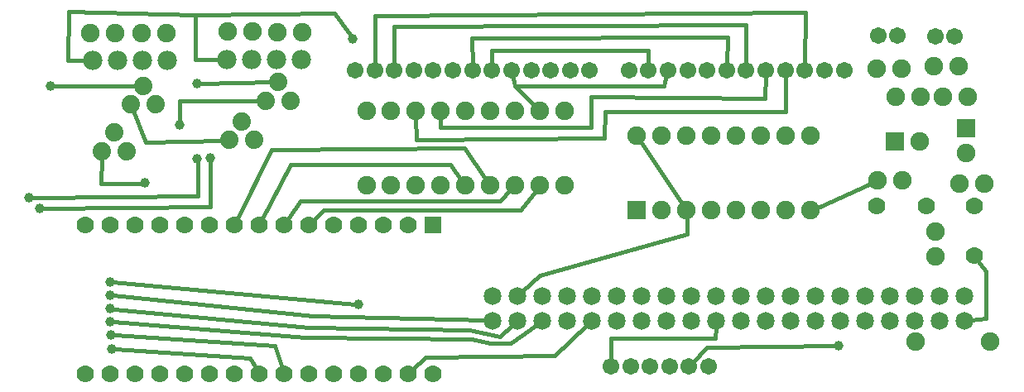
<source format=gtl>
G04 MADE WITH FRITZING*
G04 WWW.FRITZING.ORG*
G04 DOUBLE SIDED*
G04 HOLES PLATED*
G04 CONTOUR ON CENTER OF CONTOUR VECTOR*
%ASAXBY*%
%FSLAX23Y23*%
%MOIN*%
%OFA0B0*%
%SFA1.0B1.0*%
%ADD10C,0.070000*%
%ADD11C,0.071889*%
%ADD12C,0.071917*%
%ADD13C,0.075000*%
%ADD14C,0.067559*%
%ADD15C,0.078000*%
%ADD16C,0.039370*%
%ADD17C,0.074000*%
%ADD18R,0.070000X0.069972*%
%ADD19R,0.075000X0.075000*%
%ADD20C,0.016000*%
%LNCOPPER1*%
G90*
G70*
G54D10*
X1665Y653D03*
X1565Y653D03*
X1465Y653D03*
X1365Y653D03*
X1265Y653D03*
X1165Y653D03*
X1065Y653D03*
X965Y653D03*
X865Y653D03*
X765Y653D03*
X665Y653D03*
X565Y653D03*
X465Y653D03*
X365Y653D03*
X265Y653D03*
X1665Y53D03*
X1565Y53D03*
X1465Y53D03*
X1365Y53D03*
X1265Y53D03*
X1165Y53D03*
X1065Y53D03*
X965Y53D03*
X865Y53D03*
X765Y53D03*
X665Y53D03*
X565Y53D03*
X465Y53D03*
X365Y53D03*
X265Y53D03*
G54D11*
X1904Y268D03*
X2004Y268D03*
X2104Y268D03*
X2204Y268D03*
G54D12*
X2304Y268D03*
G54D11*
X2404Y268D03*
X2504Y268D03*
X2604Y268D03*
X2704Y268D03*
G54D12*
X2804Y268D03*
G54D11*
X2904Y268D03*
G54D12*
X3004Y268D03*
G54D11*
X3104Y268D03*
X3204Y268D03*
X3304Y268D03*
X3404Y268D03*
G54D12*
X3504Y268D03*
G54D11*
X3604Y268D03*
X3704Y268D03*
X3804Y268D03*
X3804Y368D03*
X3704Y368D03*
X3604Y368D03*
G54D12*
X3504Y368D03*
G54D11*
X3404Y368D03*
X3304Y368D03*
X3204Y368D03*
X3104Y368D03*
G54D12*
X3004Y368D03*
G54D11*
X2904Y368D03*
G54D12*
X2804Y368D03*
G54D11*
X2704Y368D03*
X2604Y368D03*
X2504Y368D03*
X2404Y368D03*
G54D12*
X2304Y368D03*
G54D11*
X2204Y368D03*
X2104Y368D03*
X2004Y368D03*
X1904Y368D03*
G54D13*
X1398Y814D03*
X1398Y1114D03*
X1495Y814D03*
X1495Y1114D03*
X1595Y814D03*
X1595Y1114D03*
X1695Y814D03*
X1695Y1114D03*
X1795Y814D03*
X1795Y1114D03*
X1895Y814D03*
X1895Y1114D03*
X1995Y814D03*
X1995Y1114D03*
X2095Y814D03*
X2095Y1114D03*
X2195Y814D03*
X2195Y1114D03*
X1139Y1431D03*
X1039Y1431D03*
X937Y1434D03*
X837Y1434D03*
X285Y1427D03*
X385Y1427D03*
X490Y1427D03*
X590Y1427D03*
G54D14*
X2296Y1277D03*
X2217Y1277D03*
X2138Y1277D03*
X2060Y1277D03*
X1981Y1277D03*
X1902Y1277D03*
X1823Y1277D03*
X1745Y1277D03*
X1666Y1277D03*
X1587Y1277D03*
X1509Y1277D03*
X1430Y1277D03*
X1351Y1277D03*
X2453Y1277D03*
X2532Y1277D03*
X2611Y1277D03*
X2690Y1277D03*
X2768Y1277D03*
X2847Y1277D03*
X2926Y1277D03*
X3005Y1277D03*
X3083Y1277D03*
X3162Y1277D03*
X3241Y1277D03*
X3320Y1277D03*
X2381Y84D03*
X2460Y84D03*
X2538Y84D03*
X2617Y84D03*
X2696Y84D03*
X2775Y84D03*
X3536Y1416D03*
X3458Y1416D03*
X3687Y1414D03*
X3766Y1414D03*
G54D15*
X1135Y1321D03*
X1035Y1321D03*
X935Y1321D03*
X835Y1321D03*
X593Y1318D03*
X493Y1318D03*
X393Y1318D03*
X293Y1318D03*
G54D13*
X3687Y626D03*
X3687Y526D03*
X3908Y184D03*
X3608Y184D03*
X3456Y835D03*
X3556Y835D03*
X3785Y822D03*
X3885Y822D03*
G54D10*
X3450Y731D03*
X3650Y731D03*
X3846Y529D03*
X3846Y729D03*
G54D13*
X3523Y991D03*
X3623Y991D03*
X3811Y1045D03*
X3811Y945D03*
X2486Y713D03*
X2486Y1013D03*
X2586Y713D03*
X2586Y1013D03*
X2686Y713D03*
X2686Y1013D03*
X2786Y713D03*
X2786Y1013D03*
X2886Y713D03*
X2886Y1013D03*
X2986Y713D03*
X2986Y1013D03*
X3086Y713D03*
X3086Y1013D03*
X3186Y713D03*
X3186Y1013D03*
G54D16*
X3297Y168D03*
G54D13*
X3552Y1283D03*
X3452Y1283D03*
X3680Y1293D03*
X3780Y1293D03*
X3627Y1169D03*
X3527Y1169D03*
X3719Y1171D03*
X3819Y1171D03*
G54D17*
X449Y1139D03*
X499Y1214D03*
X549Y1139D03*
X449Y1139D03*
X499Y1214D03*
X549Y1139D03*
X843Y996D03*
X893Y1071D03*
X943Y996D03*
X843Y996D03*
X893Y1071D03*
X943Y996D03*
X330Y952D03*
X380Y1027D03*
X430Y952D03*
X330Y952D03*
X380Y1027D03*
X430Y952D03*
X991Y1155D03*
X1041Y1230D03*
X1091Y1155D03*
X991Y1155D03*
X1041Y1230D03*
X1091Y1155D03*
G54D16*
X1341Y1405D03*
X366Y370D03*
X363Y424D03*
X1365Y333D03*
X366Y317D03*
X366Y264D03*
X371Y154D03*
X369Y210D03*
X123Y1214D03*
X81Y720D03*
X767Y924D03*
X39Y765D03*
X716Y922D03*
X716Y1225D03*
X646Y1056D03*
X506Y823D03*
G54D18*
X1665Y653D03*
G54D19*
X3523Y991D03*
X3811Y1045D03*
X2486Y713D03*
G54D20*
X2687Y618D02*
X2093Y450D01*
D02*
X2093Y450D02*
X2025Y387D01*
D02*
X2687Y690D02*
X2687Y618D01*
D02*
X2532Y1356D02*
X2532Y1297D01*
D02*
X1902Y1297D02*
X1902Y1356D01*
D02*
X1902Y1356D02*
X2532Y1356D01*
D02*
X1507Y1455D02*
X2925Y1460D01*
D02*
X1508Y1297D02*
X1507Y1455D01*
D02*
X2925Y1460D02*
X2926Y1297D01*
D02*
X3164Y1509D02*
X3162Y1297D01*
D02*
X1430Y1297D02*
X1430Y1497D01*
D02*
X1430Y1497D02*
X3164Y1509D01*
D02*
X1821Y1408D02*
X2850Y1412D01*
D02*
X1823Y1297D02*
X1821Y1408D01*
D02*
X2850Y1412D02*
X2848Y1297D01*
D02*
X2301Y1169D02*
X3002Y1164D01*
D02*
X1694Y1046D02*
X2301Y1048D01*
D02*
X2301Y1048D02*
X2301Y1169D01*
D02*
X3002Y1164D02*
X3004Y1258D01*
D02*
X1695Y1090D02*
X1694Y1046D01*
D02*
X2355Y1004D02*
X2358Y1112D01*
D02*
X1597Y998D02*
X2355Y1004D01*
D02*
X2358Y1112D02*
X3085Y1112D01*
D02*
X3085Y1112D02*
X3084Y1258D01*
D02*
X1595Y1090D02*
X1597Y998D01*
D02*
X1996Y1214D02*
X2594Y1214D01*
D02*
X2594Y1214D02*
X2606Y1259D01*
D02*
X1985Y1259D02*
X1996Y1214D01*
D02*
X2079Y1130D02*
X1996Y1214D01*
D02*
X2800Y196D02*
X2380Y196D01*
D02*
X2380Y196D02*
X2381Y103D01*
D02*
X2803Y241D02*
X2800Y196D01*
D02*
X3207Y722D02*
X3435Y825D01*
D02*
X3858Y512D02*
X3891Y468D01*
D02*
X3891Y276D02*
X3832Y271D01*
D02*
X2499Y994D02*
X2674Y732D01*
D02*
X2768Y160D02*
X3284Y168D01*
D02*
X2709Y98D02*
X2768Y160D01*
D02*
X1014Y956D02*
X1791Y964D01*
D02*
X876Y675D02*
X1014Y956D01*
D02*
X1791Y964D02*
X1879Y837D01*
D02*
X1090Y898D02*
X1733Y898D01*
D02*
X1733Y898D02*
X1781Y832D01*
D02*
X976Y674D02*
X1090Y898D01*
D02*
X1130Y750D02*
X1936Y752D01*
D02*
X1078Y673D02*
X1130Y750D01*
D02*
X1936Y752D02*
X1979Y797D01*
D02*
X1225Y715D02*
X2018Y715D01*
D02*
X2018Y715D02*
X2081Y795D01*
D02*
X1182Y670D02*
X1225Y715D01*
D02*
X708Y1502D02*
X197Y1514D01*
D02*
X196Y1316D02*
X269Y1317D01*
D02*
X197Y1514D02*
X196Y1316D01*
D02*
X1333Y1416D02*
X1267Y1506D01*
D02*
X1267Y1506D02*
X708Y1502D01*
D02*
X1163Y241D02*
X1812Y229D01*
D02*
X1812Y229D02*
X1933Y203D01*
D02*
X380Y315D02*
X1163Y241D01*
D02*
X1933Y203D02*
X1984Y249D01*
D02*
X1152Y202D02*
X1820Y195D01*
D02*
X1820Y195D02*
X1896Y176D01*
D02*
X1896Y176D02*
X1978Y176D01*
D02*
X379Y263D02*
X1152Y202D01*
D02*
X1978Y176D02*
X2082Y252D01*
D02*
X2153Y126D02*
X1635Y121D01*
D02*
X1635Y121D02*
X1582Y70D01*
D02*
X2284Y249D02*
X2153Y126D01*
D02*
X1182Y288D02*
X1877Y269D01*
D02*
X379Y369D02*
X1182Y288D01*
D02*
X1352Y334D02*
X376Y423D01*
D02*
X384Y153D02*
X927Y117D01*
D02*
X927Y117D02*
X953Y74D01*
D02*
X383Y209D02*
X1028Y167D01*
D02*
X1028Y167D02*
X1058Y76D01*
D02*
X477Y1214D02*
X137Y1214D01*
D02*
X708Y1502D02*
X709Y1321D01*
D02*
X709Y1321D02*
X805Y1321D01*
D02*
X815Y995D02*
X509Y988D01*
D02*
X509Y988D02*
X459Y1114D01*
D02*
X768Y728D02*
X767Y910D01*
D02*
X94Y720D02*
X768Y728D01*
D02*
X730Y1225D02*
X1019Y1229D01*
D02*
X53Y765D02*
X718Y772D01*
D02*
X718Y772D02*
X717Y909D01*
D02*
X646Y1153D02*
X646Y1075D01*
D02*
X963Y1155D02*
X646Y1153D01*
D02*
X328Y820D02*
X330Y924D01*
D02*
X488Y822D02*
X328Y820D01*
D02*
X3891Y468D02*
X3891Y276D01*
G04 End of Copper1*
M02*
</source>
